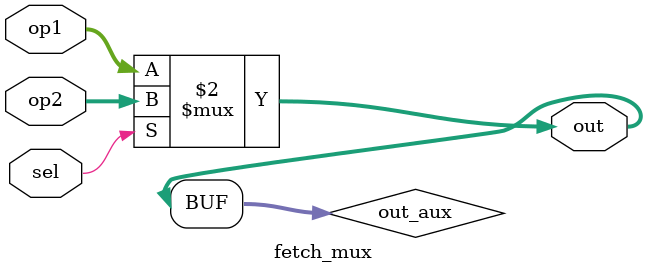
<source format=sv>



module fetch_mux #(parameter integer N = 8) 
(
	input logic[N-1:0] op1, 
	input logic[N-1:0] op2, 
	input logic sel, 
	output logic [N-1:0] out
);

	wire [N-1:0] out_aux;

	assign out_aux = (sel == 0) ? op1 : op2;
	assign out = out_aux;
  
endmodule 

</source>
